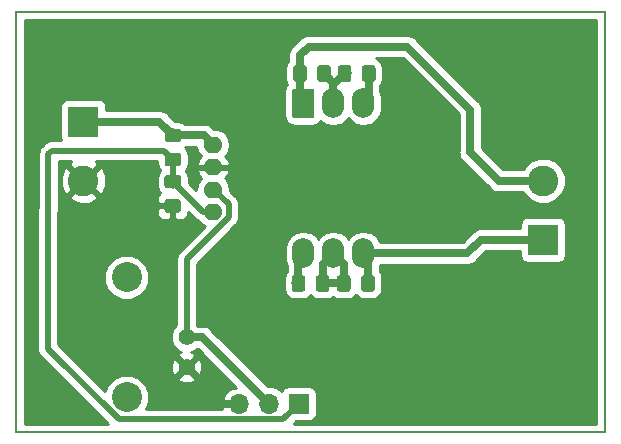
<source format=gbr>
G04 #@! TF.GenerationSoftware,KiCad,Pcbnew,(5.0.2)-1*
G04 #@! TF.CreationDate,2019-03-26T15:17:44-05:00*
G04 #@! TF.ProjectId,currentsense,63757272-656e-4747-9365-6e73652e6b69,rev?*
G04 #@! TF.SameCoordinates,Original*
G04 #@! TF.FileFunction,Copper,L1,Top*
G04 #@! TF.FilePolarity,Positive*
%FSLAX46Y46*%
G04 Gerber Fmt 4.6, Leading zero omitted, Abs format (unit mm)*
G04 Created by KiCad (PCBNEW (5.0.2)-1) date 3/26/2019 3:17:44 PM*
%MOMM*%
%LPD*%
G01*
G04 APERTURE LIST*
G04 #@! TA.AperFunction,NonConductor*
%ADD10C,0.200000*%
G04 #@! TD*
G04 #@! TA.AperFunction,ComponentPad*
%ADD11C,2.540000*%
G04 #@! TD*
G04 #@! TA.AperFunction,ComponentPad*
%ADD12C,1.397000*%
G04 #@! TD*
G04 #@! TA.AperFunction,Conductor*
%ADD13C,0.100000*%
G04 #@! TD*
G04 #@! TA.AperFunction,SMDPad,CuDef*
%ADD14C,1.150000*%
G04 #@! TD*
G04 #@! TA.AperFunction,ComponentPad*
%ADD15C,2.600000*%
G04 #@! TD*
G04 #@! TA.AperFunction,ComponentPad*
%ADD16R,2.600000X2.600000*%
G04 #@! TD*
G04 #@! TA.AperFunction,ComponentPad*
%ADD17O,1.900000X2.500000*%
G04 #@! TD*
G04 #@! TA.AperFunction,ComponentPad*
%ADD18C,1.900000*%
G04 #@! TD*
G04 #@! TA.AperFunction,ComponentPad*
%ADD19O,1.600000X1.400000*%
G04 #@! TD*
G04 #@! TA.AperFunction,ComponentPad*
%ADD20R,1.700000X1.700000*%
G04 #@! TD*
G04 #@! TA.AperFunction,ComponentPad*
%ADD21O,1.700000X1.700000*%
G04 #@! TD*
G04 #@! TA.AperFunction,Conductor*
%ADD22C,0.500000*%
G04 #@! TD*
G04 #@! TA.AperFunction,Conductor*
%ADD23C,0.700000*%
G04 #@! TD*
G04 #@! TA.AperFunction,Conductor*
%ADD24C,0.254000*%
G04 #@! TD*
G04 APERTURE END LIST*
D10*
X158470600Y-57480200D02*
X108597700Y-57480200D01*
X158483300Y-93091000D02*
X158483300Y-57467500D01*
X108597700Y-93091000D02*
X158483300Y-93091000D01*
X108597700Y-57467500D02*
X108597700Y-93091000D01*
D11*
G04 #@! TO.P,J2,4*
G04 #@! TO.N,N/C*
X117957600Y-79971900D03*
G04 #@! TO.P,J2,3*
X117957600Y-90131900D03*
D12*
G04 #@! TO.P,J2,2*
G04 #@! TO.N,GND*
X123037600Y-87591900D03*
G04 #@! TO.P,J2,1*
G04 #@! TO.N,/SCOPE*
X123037600Y-85051900D03*
G04 #@! TD*
D13*
G04 #@! TO.N,/ISENSEI*
G04 #@! TO.C,R3*
G36*
X132983005Y-62013804D02*
X133007273Y-62017404D01*
X133031072Y-62023365D01*
X133054171Y-62031630D01*
X133076350Y-62042120D01*
X133097393Y-62054732D01*
X133117099Y-62069347D01*
X133135277Y-62085823D01*
X133151753Y-62104001D01*
X133166368Y-62123707D01*
X133178980Y-62144750D01*
X133189470Y-62166929D01*
X133197735Y-62190028D01*
X133203696Y-62213827D01*
X133207296Y-62238095D01*
X133208500Y-62262599D01*
X133208500Y-63162601D01*
X133207296Y-63187105D01*
X133203696Y-63211373D01*
X133197735Y-63235172D01*
X133189470Y-63258271D01*
X133178980Y-63280450D01*
X133166368Y-63301493D01*
X133151753Y-63321199D01*
X133135277Y-63339377D01*
X133117099Y-63355853D01*
X133097393Y-63370468D01*
X133076350Y-63383080D01*
X133054171Y-63393570D01*
X133031072Y-63401835D01*
X133007273Y-63407796D01*
X132983005Y-63411396D01*
X132958501Y-63412600D01*
X132308499Y-63412600D01*
X132283995Y-63411396D01*
X132259727Y-63407796D01*
X132235928Y-63401835D01*
X132212829Y-63393570D01*
X132190650Y-63383080D01*
X132169607Y-63370468D01*
X132149901Y-63355853D01*
X132131723Y-63339377D01*
X132115247Y-63321199D01*
X132100632Y-63301493D01*
X132088020Y-63280450D01*
X132077530Y-63258271D01*
X132069265Y-63235172D01*
X132063304Y-63211373D01*
X132059704Y-63187105D01*
X132058500Y-63162601D01*
X132058500Y-62262599D01*
X132059704Y-62238095D01*
X132063304Y-62213827D01*
X132069265Y-62190028D01*
X132077530Y-62166929D01*
X132088020Y-62144750D01*
X132100632Y-62123707D01*
X132115247Y-62104001D01*
X132131723Y-62085823D01*
X132149901Y-62069347D01*
X132169607Y-62054732D01*
X132190650Y-62042120D01*
X132212829Y-62031630D01*
X132235928Y-62023365D01*
X132259727Y-62017404D01*
X132283995Y-62013804D01*
X132308499Y-62012600D01*
X132958501Y-62012600D01*
X132983005Y-62013804D01*
X132983005Y-62013804D01*
G37*
D14*
G04 #@! TD*
G04 #@! TO.P,R3,2*
G04 #@! TO.N,/ISENSEI*
X132633500Y-62712600D03*
D13*
G04 #@! TO.N,Net-(R3-Pad1)*
G04 #@! TO.C,R3*
G36*
X135033005Y-62013804D02*
X135057273Y-62017404D01*
X135081072Y-62023365D01*
X135104171Y-62031630D01*
X135126350Y-62042120D01*
X135147393Y-62054732D01*
X135167099Y-62069347D01*
X135185277Y-62085823D01*
X135201753Y-62104001D01*
X135216368Y-62123707D01*
X135228980Y-62144750D01*
X135239470Y-62166929D01*
X135247735Y-62190028D01*
X135253696Y-62213827D01*
X135257296Y-62238095D01*
X135258500Y-62262599D01*
X135258500Y-63162601D01*
X135257296Y-63187105D01*
X135253696Y-63211373D01*
X135247735Y-63235172D01*
X135239470Y-63258271D01*
X135228980Y-63280450D01*
X135216368Y-63301493D01*
X135201753Y-63321199D01*
X135185277Y-63339377D01*
X135167099Y-63355853D01*
X135147393Y-63370468D01*
X135126350Y-63383080D01*
X135104171Y-63393570D01*
X135081072Y-63401835D01*
X135057273Y-63407796D01*
X135033005Y-63411396D01*
X135008501Y-63412600D01*
X134358499Y-63412600D01*
X134333995Y-63411396D01*
X134309727Y-63407796D01*
X134285928Y-63401835D01*
X134262829Y-63393570D01*
X134240650Y-63383080D01*
X134219607Y-63370468D01*
X134199901Y-63355853D01*
X134181723Y-63339377D01*
X134165247Y-63321199D01*
X134150632Y-63301493D01*
X134138020Y-63280450D01*
X134127530Y-63258271D01*
X134119265Y-63235172D01*
X134113304Y-63211373D01*
X134109704Y-63187105D01*
X134108500Y-63162601D01*
X134108500Y-62262599D01*
X134109704Y-62238095D01*
X134113304Y-62213827D01*
X134119265Y-62190028D01*
X134127530Y-62166929D01*
X134138020Y-62144750D01*
X134150632Y-62123707D01*
X134165247Y-62104001D01*
X134181723Y-62085823D01*
X134199901Y-62069347D01*
X134219607Y-62054732D01*
X134240650Y-62042120D01*
X134262829Y-62031630D01*
X134285928Y-62023365D01*
X134309727Y-62017404D01*
X134333995Y-62013804D01*
X134358499Y-62012600D01*
X135008501Y-62012600D01*
X135033005Y-62013804D01*
X135033005Y-62013804D01*
G37*
D14*
G04 #@! TD*
G04 #@! TO.P,R3,1*
G04 #@! TO.N,Net-(R3-Pad1)*
X134683500Y-62712600D03*
D13*
G04 #@! TO.N,/ISENSO*
G04 #@! TO.C,R4*
G36*
X138746705Y-79793804D02*
X138770973Y-79797404D01*
X138794772Y-79803365D01*
X138817871Y-79811630D01*
X138840050Y-79822120D01*
X138861093Y-79834732D01*
X138880799Y-79849347D01*
X138898977Y-79865823D01*
X138915453Y-79884001D01*
X138930068Y-79903707D01*
X138942680Y-79924750D01*
X138953170Y-79946929D01*
X138961435Y-79970028D01*
X138967396Y-79993827D01*
X138970996Y-80018095D01*
X138972200Y-80042599D01*
X138972200Y-80942601D01*
X138970996Y-80967105D01*
X138967396Y-80991373D01*
X138961435Y-81015172D01*
X138953170Y-81038271D01*
X138942680Y-81060450D01*
X138930068Y-81081493D01*
X138915453Y-81101199D01*
X138898977Y-81119377D01*
X138880799Y-81135853D01*
X138861093Y-81150468D01*
X138840050Y-81163080D01*
X138817871Y-81173570D01*
X138794772Y-81181835D01*
X138770973Y-81187796D01*
X138746705Y-81191396D01*
X138722201Y-81192600D01*
X138072199Y-81192600D01*
X138047695Y-81191396D01*
X138023427Y-81187796D01*
X137999628Y-81181835D01*
X137976529Y-81173570D01*
X137954350Y-81163080D01*
X137933307Y-81150468D01*
X137913601Y-81135853D01*
X137895423Y-81119377D01*
X137878947Y-81101199D01*
X137864332Y-81081493D01*
X137851720Y-81060450D01*
X137841230Y-81038271D01*
X137832965Y-81015172D01*
X137827004Y-80991373D01*
X137823404Y-80967105D01*
X137822200Y-80942601D01*
X137822200Y-80042599D01*
X137823404Y-80018095D01*
X137827004Y-79993827D01*
X137832965Y-79970028D01*
X137841230Y-79946929D01*
X137851720Y-79924750D01*
X137864332Y-79903707D01*
X137878947Y-79884001D01*
X137895423Y-79865823D01*
X137913601Y-79849347D01*
X137933307Y-79834732D01*
X137954350Y-79822120D01*
X137976529Y-79811630D01*
X137999628Y-79803365D01*
X138023427Y-79797404D01*
X138047695Y-79793804D01*
X138072199Y-79792600D01*
X138722201Y-79792600D01*
X138746705Y-79793804D01*
X138746705Y-79793804D01*
G37*
D14*
G04 #@! TD*
G04 #@! TO.P,R4,1*
G04 #@! TO.N,/ISENSO*
X138397200Y-80492600D03*
D13*
G04 #@! TO.N,Net-(R4-Pad2)*
G04 #@! TO.C,R4*
G36*
X136696705Y-79793804D02*
X136720973Y-79797404D01*
X136744772Y-79803365D01*
X136767871Y-79811630D01*
X136790050Y-79822120D01*
X136811093Y-79834732D01*
X136830799Y-79849347D01*
X136848977Y-79865823D01*
X136865453Y-79884001D01*
X136880068Y-79903707D01*
X136892680Y-79924750D01*
X136903170Y-79946929D01*
X136911435Y-79970028D01*
X136917396Y-79993827D01*
X136920996Y-80018095D01*
X136922200Y-80042599D01*
X136922200Y-80942601D01*
X136920996Y-80967105D01*
X136917396Y-80991373D01*
X136911435Y-81015172D01*
X136903170Y-81038271D01*
X136892680Y-81060450D01*
X136880068Y-81081493D01*
X136865453Y-81101199D01*
X136848977Y-81119377D01*
X136830799Y-81135853D01*
X136811093Y-81150468D01*
X136790050Y-81163080D01*
X136767871Y-81173570D01*
X136744772Y-81181835D01*
X136720973Y-81187796D01*
X136696705Y-81191396D01*
X136672201Y-81192600D01*
X136022199Y-81192600D01*
X135997695Y-81191396D01*
X135973427Y-81187796D01*
X135949628Y-81181835D01*
X135926529Y-81173570D01*
X135904350Y-81163080D01*
X135883307Y-81150468D01*
X135863601Y-81135853D01*
X135845423Y-81119377D01*
X135828947Y-81101199D01*
X135814332Y-81081493D01*
X135801720Y-81060450D01*
X135791230Y-81038271D01*
X135782965Y-81015172D01*
X135777004Y-80991373D01*
X135773404Y-80967105D01*
X135772200Y-80942601D01*
X135772200Y-80042599D01*
X135773404Y-80018095D01*
X135777004Y-79993827D01*
X135782965Y-79970028D01*
X135791230Y-79946929D01*
X135801720Y-79924750D01*
X135814332Y-79903707D01*
X135828947Y-79884001D01*
X135845423Y-79865823D01*
X135863601Y-79849347D01*
X135883307Y-79834732D01*
X135904350Y-79822120D01*
X135926529Y-79811630D01*
X135949628Y-79803365D01*
X135973427Y-79797404D01*
X135997695Y-79793804D01*
X136022199Y-79792600D01*
X136672201Y-79792600D01*
X136696705Y-79793804D01*
X136696705Y-79793804D01*
G37*
D14*
G04 #@! TD*
G04 #@! TO.P,R4,2*
G04 #@! TO.N,Net-(R4-Pad2)*
X136347200Y-80492600D03*
D13*
G04 #@! TO.N,Net-(R5-Pad2)*
G04 #@! TO.C,R5*
G36*
X132856005Y-79793804D02*
X132880273Y-79797404D01*
X132904072Y-79803365D01*
X132927171Y-79811630D01*
X132949350Y-79822120D01*
X132970393Y-79834732D01*
X132990099Y-79849347D01*
X133008277Y-79865823D01*
X133024753Y-79884001D01*
X133039368Y-79903707D01*
X133051980Y-79924750D01*
X133062470Y-79946929D01*
X133070735Y-79970028D01*
X133076696Y-79993827D01*
X133080296Y-80018095D01*
X133081500Y-80042599D01*
X133081500Y-80942601D01*
X133080296Y-80967105D01*
X133076696Y-80991373D01*
X133070735Y-81015172D01*
X133062470Y-81038271D01*
X133051980Y-81060450D01*
X133039368Y-81081493D01*
X133024753Y-81101199D01*
X133008277Y-81119377D01*
X132990099Y-81135853D01*
X132970393Y-81150468D01*
X132949350Y-81163080D01*
X132927171Y-81173570D01*
X132904072Y-81181835D01*
X132880273Y-81187796D01*
X132856005Y-81191396D01*
X132831501Y-81192600D01*
X132181499Y-81192600D01*
X132156995Y-81191396D01*
X132132727Y-81187796D01*
X132108928Y-81181835D01*
X132085829Y-81173570D01*
X132063650Y-81163080D01*
X132042607Y-81150468D01*
X132022901Y-81135853D01*
X132004723Y-81119377D01*
X131988247Y-81101199D01*
X131973632Y-81081493D01*
X131961020Y-81060450D01*
X131950530Y-81038271D01*
X131942265Y-81015172D01*
X131936304Y-80991373D01*
X131932704Y-80967105D01*
X131931500Y-80942601D01*
X131931500Y-80042599D01*
X131932704Y-80018095D01*
X131936304Y-79993827D01*
X131942265Y-79970028D01*
X131950530Y-79946929D01*
X131961020Y-79924750D01*
X131973632Y-79903707D01*
X131988247Y-79884001D01*
X132004723Y-79865823D01*
X132022901Y-79849347D01*
X132042607Y-79834732D01*
X132063650Y-79822120D01*
X132085829Y-79811630D01*
X132108928Y-79803365D01*
X132132727Y-79797404D01*
X132156995Y-79793804D01*
X132181499Y-79792600D01*
X132831501Y-79792600D01*
X132856005Y-79793804D01*
X132856005Y-79793804D01*
G37*
D14*
G04 #@! TD*
G04 #@! TO.P,R5,2*
G04 #@! TO.N,Net-(R5-Pad2)*
X132506500Y-80492600D03*
D13*
G04 #@! TO.N,Net-(R4-Pad2)*
G04 #@! TO.C,R5*
G36*
X134906005Y-79793804D02*
X134930273Y-79797404D01*
X134954072Y-79803365D01*
X134977171Y-79811630D01*
X134999350Y-79822120D01*
X135020393Y-79834732D01*
X135040099Y-79849347D01*
X135058277Y-79865823D01*
X135074753Y-79884001D01*
X135089368Y-79903707D01*
X135101980Y-79924750D01*
X135112470Y-79946929D01*
X135120735Y-79970028D01*
X135126696Y-79993827D01*
X135130296Y-80018095D01*
X135131500Y-80042599D01*
X135131500Y-80942601D01*
X135130296Y-80967105D01*
X135126696Y-80991373D01*
X135120735Y-81015172D01*
X135112470Y-81038271D01*
X135101980Y-81060450D01*
X135089368Y-81081493D01*
X135074753Y-81101199D01*
X135058277Y-81119377D01*
X135040099Y-81135853D01*
X135020393Y-81150468D01*
X134999350Y-81163080D01*
X134977171Y-81173570D01*
X134954072Y-81181835D01*
X134930273Y-81187796D01*
X134906005Y-81191396D01*
X134881501Y-81192600D01*
X134231499Y-81192600D01*
X134206995Y-81191396D01*
X134182727Y-81187796D01*
X134158928Y-81181835D01*
X134135829Y-81173570D01*
X134113650Y-81163080D01*
X134092607Y-81150468D01*
X134072901Y-81135853D01*
X134054723Y-81119377D01*
X134038247Y-81101199D01*
X134023632Y-81081493D01*
X134011020Y-81060450D01*
X134000530Y-81038271D01*
X133992265Y-81015172D01*
X133986304Y-80991373D01*
X133982704Y-80967105D01*
X133981500Y-80942601D01*
X133981500Y-80042599D01*
X133982704Y-80018095D01*
X133986304Y-79993827D01*
X133992265Y-79970028D01*
X134000530Y-79946929D01*
X134011020Y-79924750D01*
X134023632Y-79903707D01*
X134038247Y-79884001D01*
X134054723Y-79865823D01*
X134072901Y-79849347D01*
X134092607Y-79834732D01*
X134113650Y-79822120D01*
X134135829Y-79811630D01*
X134158928Y-79803365D01*
X134182727Y-79797404D01*
X134206995Y-79793804D01*
X134231499Y-79792600D01*
X134881501Y-79792600D01*
X134906005Y-79793804D01*
X134906005Y-79793804D01*
G37*
D14*
G04 #@! TD*
G04 #@! TO.P,R5,1*
G04 #@! TO.N,Net-(R4-Pad2)*
X134556500Y-80492600D03*
D13*
G04 #@! TO.N,Net-(R6-Pad1)*
G04 #@! TO.C,R6*
G36*
X138817605Y-62013804D02*
X138841873Y-62017404D01*
X138865672Y-62023365D01*
X138888771Y-62031630D01*
X138910950Y-62042120D01*
X138931993Y-62054732D01*
X138951699Y-62069347D01*
X138969877Y-62085823D01*
X138986353Y-62104001D01*
X139000968Y-62123707D01*
X139013580Y-62144750D01*
X139024070Y-62166929D01*
X139032335Y-62190028D01*
X139038296Y-62213827D01*
X139041896Y-62238095D01*
X139043100Y-62262599D01*
X139043100Y-63162601D01*
X139041896Y-63187105D01*
X139038296Y-63211373D01*
X139032335Y-63235172D01*
X139024070Y-63258271D01*
X139013580Y-63280450D01*
X139000968Y-63301493D01*
X138986353Y-63321199D01*
X138969877Y-63339377D01*
X138951699Y-63355853D01*
X138931993Y-63370468D01*
X138910950Y-63383080D01*
X138888771Y-63393570D01*
X138865672Y-63401835D01*
X138841873Y-63407796D01*
X138817605Y-63411396D01*
X138793101Y-63412600D01*
X138143099Y-63412600D01*
X138118595Y-63411396D01*
X138094327Y-63407796D01*
X138070528Y-63401835D01*
X138047429Y-63393570D01*
X138025250Y-63383080D01*
X138004207Y-63370468D01*
X137984501Y-63355853D01*
X137966323Y-63339377D01*
X137949847Y-63321199D01*
X137935232Y-63301493D01*
X137922620Y-63280450D01*
X137912130Y-63258271D01*
X137903865Y-63235172D01*
X137897904Y-63211373D01*
X137894304Y-63187105D01*
X137893100Y-63162601D01*
X137893100Y-62262599D01*
X137894304Y-62238095D01*
X137897904Y-62213827D01*
X137903865Y-62190028D01*
X137912130Y-62166929D01*
X137922620Y-62144750D01*
X137935232Y-62123707D01*
X137949847Y-62104001D01*
X137966323Y-62085823D01*
X137984501Y-62069347D01*
X138004207Y-62054732D01*
X138025250Y-62042120D01*
X138047429Y-62031630D01*
X138070528Y-62023365D01*
X138094327Y-62017404D01*
X138118595Y-62013804D01*
X138143099Y-62012600D01*
X138793101Y-62012600D01*
X138817605Y-62013804D01*
X138817605Y-62013804D01*
G37*
D14*
G04 #@! TD*
G04 #@! TO.P,R6,1*
G04 #@! TO.N,Net-(R6-Pad1)*
X138468100Y-62712600D03*
D13*
G04 #@! TO.N,Net-(R3-Pad1)*
G04 #@! TO.C,R6*
G36*
X136767605Y-62013804D02*
X136791873Y-62017404D01*
X136815672Y-62023365D01*
X136838771Y-62031630D01*
X136860950Y-62042120D01*
X136881993Y-62054732D01*
X136901699Y-62069347D01*
X136919877Y-62085823D01*
X136936353Y-62104001D01*
X136950968Y-62123707D01*
X136963580Y-62144750D01*
X136974070Y-62166929D01*
X136982335Y-62190028D01*
X136988296Y-62213827D01*
X136991896Y-62238095D01*
X136993100Y-62262599D01*
X136993100Y-63162601D01*
X136991896Y-63187105D01*
X136988296Y-63211373D01*
X136982335Y-63235172D01*
X136974070Y-63258271D01*
X136963580Y-63280450D01*
X136950968Y-63301493D01*
X136936353Y-63321199D01*
X136919877Y-63339377D01*
X136901699Y-63355853D01*
X136881993Y-63370468D01*
X136860950Y-63383080D01*
X136838771Y-63393570D01*
X136815672Y-63401835D01*
X136791873Y-63407796D01*
X136767605Y-63411396D01*
X136743101Y-63412600D01*
X136093099Y-63412600D01*
X136068595Y-63411396D01*
X136044327Y-63407796D01*
X136020528Y-63401835D01*
X135997429Y-63393570D01*
X135975250Y-63383080D01*
X135954207Y-63370468D01*
X135934501Y-63355853D01*
X135916323Y-63339377D01*
X135899847Y-63321199D01*
X135885232Y-63301493D01*
X135872620Y-63280450D01*
X135862130Y-63258271D01*
X135853865Y-63235172D01*
X135847904Y-63211373D01*
X135844304Y-63187105D01*
X135843100Y-63162601D01*
X135843100Y-62262599D01*
X135844304Y-62238095D01*
X135847904Y-62213827D01*
X135853865Y-62190028D01*
X135862130Y-62166929D01*
X135872620Y-62144750D01*
X135885232Y-62123707D01*
X135899847Y-62104001D01*
X135916323Y-62085823D01*
X135934501Y-62069347D01*
X135954207Y-62054732D01*
X135975250Y-62042120D01*
X135997429Y-62031630D01*
X136020528Y-62023365D01*
X136044327Y-62017404D01*
X136068595Y-62013804D01*
X136093099Y-62012600D01*
X136743101Y-62012600D01*
X136767605Y-62013804D01*
X136767605Y-62013804D01*
G37*
D14*
G04 #@! TD*
G04 #@! TO.P,R6,2*
G04 #@! TO.N,Net-(R3-Pad1)*
X136418100Y-62712600D03*
D15*
G04 #@! TO.P,J4,2*
G04 #@! TO.N,GND*
X114312700Y-71802000D03*
D16*
G04 #@! TO.P,J4,1*
G04 #@! TO.N,/5V*
X114312700Y-66802000D03*
G04 #@! TD*
D17*
G04 #@! TO.P,U1,5*
G04 #@! TO.N,Net-(R4-Pad2)*
X135458200Y-77952600D03*
G04 #@! TO.P,U1,6*
G04 #@! TO.N,Net-(R5-Pad2)*
X132918200Y-77952600D03*
G04 #@! TO.P,U1,4*
G04 #@! TO.N,/ISENSO*
X137998200Y-77952600D03*
G04 #@! TO.P,U1,3*
G04 #@! TO.N,Net-(R6-Pad1)*
X137998200Y-65252600D03*
D13*
G04 #@! TD*
G04 #@! TO.N,/ISENSEI*
G04 #@! TO.C,U1*
G36*
X133653979Y-64003744D02*
X133677034Y-64007163D01*
X133699643Y-64012827D01*
X133721587Y-64020679D01*
X133742657Y-64030644D01*
X133762648Y-64042626D01*
X133781368Y-64056510D01*
X133798638Y-64072162D01*
X133814290Y-64089432D01*
X133828174Y-64108152D01*
X133840156Y-64128143D01*
X133850121Y-64149213D01*
X133857973Y-64171157D01*
X133863637Y-64193766D01*
X133867056Y-64216821D01*
X133868200Y-64240100D01*
X133868200Y-66265100D01*
X133867056Y-66288379D01*
X133863637Y-66311434D01*
X133857973Y-66334043D01*
X133850121Y-66355987D01*
X133840156Y-66377057D01*
X133828174Y-66397048D01*
X133814290Y-66415768D01*
X133798638Y-66433038D01*
X133781368Y-66448690D01*
X133762648Y-66462574D01*
X133742657Y-66474556D01*
X133721587Y-66484521D01*
X133699643Y-66492373D01*
X133677034Y-66498037D01*
X133653979Y-66501456D01*
X133630700Y-66502600D01*
X132205700Y-66502600D01*
X132182421Y-66501456D01*
X132159366Y-66498037D01*
X132136757Y-66492373D01*
X132114813Y-66484521D01*
X132093743Y-66474556D01*
X132073752Y-66462574D01*
X132055032Y-66448690D01*
X132037762Y-66433038D01*
X132022110Y-66415768D01*
X132008226Y-66397048D01*
X131996244Y-66377057D01*
X131986279Y-66355987D01*
X131978427Y-66334043D01*
X131972763Y-66311434D01*
X131969344Y-66288379D01*
X131968200Y-66265100D01*
X131968200Y-64240100D01*
X131969344Y-64216821D01*
X131972763Y-64193766D01*
X131978427Y-64171157D01*
X131986279Y-64149213D01*
X131996244Y-64128143D01*
X132008226Y-64108152D01*
X132022110Y-64089432D01*
X132037762Y-64072162D01*
X132055032Y-64056510D01*
X132073752Y-64042626D01*
X132093743Y-64030644D01*
X132114813Y-64020679D01*
X132136757Y-64012827D01*
X132159366Y-64007163D01*
X132182421Y-64003744D01*
X132205700Y-64002600D01*
X133630700Y-64002600D01*
X133653979Y-64003744D01*
X133653979Y-64003744D01*
G37*
D18*
G04 #@! TO.P,U1,1*
G04 #@! TO.N,/ISENSEI*
X132918200Y-65252600D03*
D17*
G04 #@! TO.P,U1,2*
G04 #@! TO.N,Net-(R3-Pad1)*
X135458200Y-65252600D03*
D19*
G04 #@! TO.P,U1,8*
G04 #@! TO.N,/SCOPE*
X125298200Y-72555100D03*
G04 #@! TO.P,U1,9*
G04 #@! TO.N,GND*
X125298200Y-70650100D03*
G04 #@! TO.P,U1,10*
G04 #@! TO.N,/5V*
X125298200Y-68745100D03*
G04 #@! TO.P,U1,7*
G04 #@! TO.N,/REF*
X125298200Y-74460100D03*
G04 #@! TD*
D13*
G04 #@! TO.N,GND*
G04 #@! TO.C,R2*
G36*
X122343705Y-73349204D02*
X122367973Y-73352804D01*
X122391772Y-73358765D01*
X122414871Y-73367030D01*
X122437050Y-73377520D01*
X122458093Y-73390132D01*
X122477799Y-73404747D01*
X122495977Y-73421223D01*
X122512453Y-73439401D01*
X122527068Y-73459107D01*
X122539680Y-73480150D01*
X122550170Y-73502329D01*
X122558435Y-73525428D01*
X122564396Y-73549227D01*
X122567996Y-73573495D01*
X122569200Y-73597999D01*
X122569200Y-74248001D01*
X122567996Y-74272505D01*
X122564396Y-74296773D01*
X122558435Y-74320572D01*
X122550170Y-74343671D01*
X122539680Y-74365850D01*
X122527068Y-74386893D01*
X122512453Y-74406599D01*
X122495977Y-74424777D01*
X122477799Y-74441253D01*
X122458093Y-74455868D01*
X122437050Y-74468480D01*
X122414871Y-74478970D01*
X122391772Y-74487235D01*
X122367973Y-74493196D01*
X122343705Y-74496796D01*
X122319201Y-74498000D01*
X121419199Y-74498000D01*
X121394695Y-74496796D01*
X121370427Y-74493196D01*
X121346628Y-74487235D01*
X121323529Y-74478970D01*
X121301350Y-74468480D01*
X121280307Y-74455868D01*
X121260601Y-74441253D01*
X121242423Y-74424777D01*
X121225947Y-74406599D01*
X121211332Y-74386893D01*
X121198720Y-74365850D01*
X121188230Y-74343671D01*
X121179965Y-74320572D01*
X121174004Y-74296773D01*
X121170404Y-74272505D01*
X121169200Y-74248001D01*
X121169200Y-73597999D01*
X121170404Y-73573495D01*
X121174004Y-73549227D01*
X121179965Y-73525428D01*
X121188230Y-73502329D01*
X121198720Y-73480150D01*
X121211332Y-73459107D01*
X121225947Y-73439401D01*
X121242423Y-73421223D01*
X121260601Y-73404747D01*
X121280307Y-73390132D01*
X121301350Y-73377520D01*
X121323529Y-73367030D01*
X121346628Y-73358765D01*
X121370427Y-73352804D01*
X121394695Y-73349204D01*
X121419199Y-73348000D01*
X122319201Y-73348000D01*
X122343705Y-73349204D01*
X122343705Y-73349204D01*
G37*
D14*
G04 #@! TD*
G04 #@! TO.P,R2,2*
G04 #@! TO.N,GND*
X121869200Y-73923000D03*
D13*
G04 #@! TO.N,/REF*
G04 #@! TO.C,R2*
G36*
X122343705Y-71299204D02*
X122367973Y-71302804D01*
X122391772Y-71308765D01*
X122414871Y-71317030D01*
X122437050Y-71327520D01*
X122458093Y-71340132D01*
X122477799Y-71354747D01*
X122495977Y-71371223D01*
X122512453Y-71389401D01*
X122527068Y-71409107D01*
X122539680Y-71430150D01*
X122550170Y-71452329D01*
X122558435Y-71475428D01*
X122564396Y-71499227D01*
X122567996Y-71523495D01*
X122569200Y-71547999D01*
X122569200Y-72198001D01*
X122567996Y-72222505D01*
X122564396Y-72246773D01*
X122558435Y-72270572D01*
X122550170Y-72293671D01*
X122539680Y-72315850D01*
X122527068Y-72336893D01*
X122512453Y-72356599D01*
X122495977Y-72374777D01*
X122477799Y-72391253D01*
X122458093Y-72405868D01*
X122437050Y-72418480D01*
X122414871Y-72428970D01*
X122391772Y-72437235D01*
X122367973Y-72443196D01*
X122343705Y-72446796D01*
X122319201Y-72448000D01*
X121419199Y-72448000D01*
X121394695Y-72446796D01*
X121370427Y-72443196D01*
X121346628Y-72437235D01*
X121323529Y-72428970D01*
X121301350Y-72418480D01*
X121280307Y-72405868D01*
X121260601Y-72391253D01*
X121242423Y-72374777D01*
X121225947Y-72356599D01*
X121211332Y-72336893D01*
X121198720Y-72315850D01*
X121188230Y-72293671D01*
X121179965Y-72270572D01*
X121174004Y-72246773D01*
X121170404Y-72222505D01*
X121169200Y-72198001D01*
X121169200Y-71547999D01*
X121170404Y-71523495D01*
X121174004Y-71499227D01*
X121179965Y-71475428D01*
X121188230Y-71452329D01*
X121198720Y-71430150D01*
X121211332Y-71409107D01*
X121225947Y-71389401D01*
X121242423Y-71371223D01*
X121260601Y-71354747D01*
X121280307Y-71340132D01*
X121301350Y-71327520D01*
X121323529Y-71317030D01*
X121346628Y-71308765D01*
X121370427Y-71302804D01*
X121394695Y-71299204D01*
X121419199Y-71298000D01*
X122319201Y-71298000D01*
X122343705Y-71299204D01*
X122343705Y-71299204D01*
G37*
D14*
G04 #@! TD*
G04 #@! TO.P,R2,1*
G04 #@! TO.N,/REF*
X121869200Y-71873000D03*
D13*
G04 #@! TO.N,/REF*
G04 #@! TO.C,R1*
G36*
X122356405Y-69428604D02*
X122380673Y-69432204D01*
X122404472Y-69438165D01*
X122427571Y-69446430D01*
X122449750Y-69456920D01*
X122470793Y-69469532D01*
X122490499Y-69484147D01*
X122508677Y-69500623D01*
X122525153Y-69518801D01*
X122539768Y-69538507D01*
X122552380Y-69559550D01*
X122562870Y-69581729D01*
X122571135Y-69604828D01*
X122577096Y-69628627D01*
X122580696Y-69652895D01*
X122581900Y-69677399D01*
X122581900Y-70327401D01*
X122580696Y-70351905D01*
X122577096Y-70376173D01*
X122571135Y-70399972D01*
X122562870Y-70423071D01*
X122552380Y-70445250D01*
X122539768Y-70466293D01*
X122525153Y-70485999D01*
X122508677Y-70504177D01*
X122490499Y-70520653D01*
X122470793Y-70535268D01*
X122449750Y-70547880D01*
X122427571Y-70558370D01*
X122404472Y-70566635D01*
X122380673Y-70572596D01*
X122356405Y-70576196D01*
X122331901Y-70577400D01*
X121431899Y-70577400D01*
X121407395Y-70576196D01*
X121383127Y-70572596D01*
X121359328Y-70566635D01*
X121336229Y-70558370D01*
X121314050Y-70547880D01*
X121293007Y-70535268D01*
X121273301Y-70520653D01*
X121255123Y-70504177D01*
X121238647Y-70485999D01*
X121224032Y-70466293D01*
X121211420Y-70445250D01*
X121200930Y-70423071D01*
X121192665Y-70399972D01*
X121186704Y-70376173D01*
X121183104Y-70351905D01*
X121181900Y-70327401D01*
X121181900Y-69677399D01*
X121183104Y-69652895D01*
X121186704Y-69628627D01*
X121192665Y-69604828D01*
X121200930Y-69581729D01*
X121211420Y-69559550D01*
X121224032Y-69538507D01*
X121238647Y-69518801D01*
X121255123Y-69500623D01*
X121273301Y-69484147D01*
X121293007Y-69469532D01*
X121314050Y-69456920D01*
X121336229Y-69446430D01*
X121359328Y-69438165D01*
X121383127Y-69432204D01*
X121407395Y-69428604D01*
X121431899Y-69427400D01*
X122331901Y-69427400D01*
X122356405Y-69428604D01*
X122356405Y-69428604D01*
G37*
D14*
G04 #@! TD*
G04 #@! TO.P,R1,1*
G04 #@! TO.N,/REF*
X121881900Y-70002400D03*
D13*
G04 #@! TO.N,/5V*
G04 #@! TO.C,R1*
G36*
X122356405Y-67378604D02*
X122380673Y-67382204D01*
X122404472Y-67388165D01*
X122427571Y-67396430D01*
X122449750Y-67406920D01*
X122470793Y-67419532D01*
X122490499Y-67434147D01*
X122508677Y-67450623D01*
X122525153Y-67468801D01*
X122539768Y-67488507D01*
X122552380Y-67509550D01*
X122562870Y-67531729D01*
X122571135Y-67554828D01*
X122577096Y-67578627D01*
X122580696Y-67602895D01*
X122581900Y-67627399D01*
X122581900Y-68277401D01*
X122580696Y-68301905D01*
X122577096Y-68326173D01*
X122571135Y-68349972D01*
X122562870Y-68373071D01*
X122552380Y-68395250D01*
X122539768Y-68416293D01*
X122525153Y-68435999D01*
X122508677Y-68454177D01*
X122490499Y-68470653D01*
X122470793Y-68485268D01*
X122449750Y-68497880D01*
X122427571Y-68508370D01*
X122404472Y-68516635D01*
X122380673Y-68522596D01*
X122356405Y-68526196D01*
X122331901Y-68527400D01*
X121431899Y-68527400D01*
X121407395Y-68526196D01*
X121383127Y-68522596D01*
X121359328Y-68516635D01*
X121336229Y-68508370D01*
X121314050Y-68497880D01*
X121293007Y-68485268D01*
X121273301Y-68470653D01*
X121255123Y-68454177D01*
X121238647Y-68435999D01*
X121224032Y-68416293D01*
X121211420Y-68395250D01*
X121200930Y-68373071D01*
X121192665Y-68349972D01*
X121186704Y-68326173D01*
X121183104Y-68301905D01*
X121181900Y-68277401D01*
X121181900Y-67627399D01*
X121183104Y-67602895D01*
X121186704Y-67578627D01*
X121192665Y-67554828D01*
X121200930Y-67531729D01*
X121211420Y-67509550D01*
X121224032Y-67488507D01*
X121238647Y-67468801D01*
X121255123Y-67450623D01*
X121273301Y-67434147D01*
X121293007Y-67419532D01*
X121314050Y-67406920D01*
X121336229Y-67396430D01*
X121359328Y-67388165D01*
X121383127Y-67382204D01*
X121407395Y-67378604D01*
X121431899Y-67377400D01*
X122331901Y-67377400D01*
X122356405Y-67378604D01*
X122356405Y-67378604D01*
G37*
D14*
G04 #@! TD*
G04 #@! TO.P,R1,2*
G04 #@! TO.N,/5V*
X121881900Y-67952400D03*
D16*
G04 #@! TO.P,J3,1*
G04 #@! TO.N,/ISENSO*
X153225500Y-76796900D03*
D15*
G04 #@! TO.P,J3,2*
G04 #@! TO.N,/ISENSEI*
X153225500Y-71796900D03*
G04 #@! TD*
D20*
G04 #@! TO.P,J1,1*
G04 #@! TO.N,/REF*
X132549900Y-90678000D03*
D21*
G04 #@! TO.P,J1,2*
G04 #@! TO.N,/SCOPE*
X130009900Y-90678000D03*
G04 #@! TO.P,J1,3*
G04 #@! TO.N,GND*
X127469900Y-90678000D03*
G04 #@! TD*
D22*
G04 #@! TO.N,/SCOPE*
X125398200Y-72555100D02*
X125298200Y-72555100D01*
X126598200Y-73755100D02*
X125398200Y-72555100D01*
X126598200Y-74886459D02*
X126598200Y-73755100D01*
X123037600Y-78447059D02*
X126598200Y-74886459D01*
X123037600Y-85051900D02*
X123037600Y-78447059D01*
D23*
X124383800Y-85051900D02*
X123037600Y-85051900D01*
X130009900Y-90678000D02*
X124383800Y-85051900D01*
G04 #@! TO.N,GND*
X126123700Y-90678000D02*
X123037600Y-87591900D01*
X127469900Y-90678000D02*
X126123700Y-90678000D01*
G04 #@! TO.N,/5V*
X120731500Y-66802000D02*
X121881900Y-67952400D01*
X114312700Y-66802000D02*
X120731500Y-66802000D01*
X124505500Y-67952400D02*
X125298200Y-68745100D01*
X121881900Y-67952400D02*
X124505500Y-67952400D01*
D22*
G04 #@! TO.N,/REF*
X121881900Y-71860300D02*
X121869200Y-71873000D01*
X124456300Y-74460100D02*
X121869200Y-71873000D01*
X125298200Y-74460100D02*
X124456300Y-74460100D01*
X121881900Y-71120000D02*
X121881900Y-71860300D01*
X121881900Y-70002400D02*
X121881900Y-71120000D01*
X121119900Y-69240400D02*
X121881900Y-70002400D01*
X111620300Y-69240400D02*
X121119900Y-69240400D01*
X111340900Y-69519800D02*
X111620300Y-69240400D01*
X131216400Y-92011500D02*
X117291598Y-92011500D01*
X132549900Y-90678000D02*
X131216400Y-92011500D01*
X117291598Y-92011500D02*
X111290100Y-86010002D01*
X111290100Y-86010002D02*
X111290100Y-74241198D01*
X111290100Y-74241198D02*
X111340900Y-74190398D01*
X111340900Y-74190398D02*
X111340900Y-69519800D01*
D23*
G04 #@! TO.N,/ISENSEI*
X132633500Y-61181200D02*
X132633500Y-62712600D01*
X153225500Y-71796900D02*
X149458788Y-71796900D01*
X147066000Y-69404112D02*
X147066000Y-65773300D01*
X147066000Y-65773300D02*
X141732000Y-60439300D01*
X149458788Y-71796900D02*
X147066000Y-69404112D01*
X141732000Y-60439300D02*
X133375400Y-60439300D01*
X133375400Y-60439300D02*
X132633500Y-61181200D01*
X132633500Y-64967900D02*
X132918200Y-65252600D01*
X132633500Y-62712600D02*
X132633500Y-64967900D01*
G04 #@! TO.N,Net-(R6-Pad1)*
X138468100Y-64782700D02*
X137998200Y-65252600D01*
X138468100Y-62712600D02*
X138468100Y-64782700D01*
G04 #@! TO.N,Net-(R5-Pad2)*
X132506500Y-78364300D02*
X132918200Y-77952600D01*
X132506500Y-80492600D02*
X132506500Y-78364300D01*
G04 #@! TO.N,Net-(R3-Pad1)*
X135458200Y-63487300D02*
X134683500Y-62712600D01*
X135458200Y-65252600D02*
X135458200Y-63487300D01*
X135458200Y-63672500D02*
X136418100Y-62712600D01*
X135458200Y-65252600D02*
X135458200Y-63672500D01*
G04 #@! TO.N,/ISENSO*
X153225500Y-76796900D02*
X147967700Y-76796900D01*
X146812000Y-77952600D02*
X137998200Y-77952600D01*
X147967700Y-76796900D02*
X146812000Y-77952600D01*
X138397200Y-78351600D02*
X137998200Y-77952600D01*
X138397200Y-80492600D02*
X138397200Y-78351600D01*
G04 #@! TO.N,Net-(R4-Pad2)*
X136347200Y-80492600D02*
X134556500Y-80492600D01*
X136347200Y-78841600D02*
X135458200Y-77952600D01*
X136347200Y-80492600D02*
X136347200Y-78841600D01*
X134556500Y-78854300D02*
X135458200Y-77952600D01*
X134556500Y-80492600D02*
X134556500Y-78854300D01*
G04 #@! TD*
D24*
G04 #@! TO.N,GND*
G36*
X157748300Y-92356000D02*
X132123478Y-92356000D01*
X132304038Y-92175440D01*
X133399900Y-92175440D01*
X133647665Y-92126157D01*
X133857709Y-91985809D01*
X133998057Y-91775765D01*
X134047340Y-91528000D01*
X134047340Y-89828000D01*
X133998057Y-89580235D01*
X133857709Y-89370191D01*
X133647665Y-89229843D01*
X133399900Y-89180560D01*
X131699900Y-89180560D01*
X131452135Y-89229843D01*
X131242091Y-89370191D01*
X131101743Y-89580235D01*
X131092716Y-89625619D01*
X131080525Y-89607375D01*
X130589318Y-89279161D01*
X130156156Y-89193000D01*
X129917901Y-89193000D01*
X125148898Y-84423998D01*
X125093945Y-84341755D01*
X124768128Y-84124051D01*
X124480812Y-84066900D01*
X124480808Y-84066900D01*
X124383800Y-84047604D01*
X124286792Y-84066900D01*
X123938454Y-84066900D01*
X123922600Y-84051046D01*
X123922600Y-80042599D01*
X131284060Y-80042599D01*
X131284060Y-80942601D01*
X131352373Y-81286036D01*
X131546914Y-81577186D01*
X131838064Y-81771727D01*
X132181499Y-81840040D01*
X132831501Y-81840040D01*
X133174936Y-81771727D01*
X133466086Y-81577186D01*
X133531500Y-81479287D01*
X133596914Y-81577186D01*
X133888064Y-81771727D01*
X134231499Y-81840040D01*
X134881501Y-81840040D01*
X135224936Y-81771727D01*
X135451850Y-81620107D01*
X135678764Y-81771727D01*
X136022199Y-81840040D01*
X136672201Y-81840040D01*
X137015636Y-81771727D01*
X137306786Y-81577186D01*
X137372200Y-81479287D01*
X137437614Y-81577186D01*
X137728764Y-81771727D01*
X138072199Y-81840040D01*
X138722201Y-81840040D01*
X139065636Y-81771727D01*
X139356786Y-81577186D01*
X139551327Y-81286036D01*
X139619640Y-80942601D01*
X139619640Y-80042599D01*
X139551327Y-79699164D01*
X139382200Y-79446049D01*
X139382200Y-79034220D01*
X139446759Y-78937600D01*
X146714992Y-78937600D01*
X146812000Y-78956896D01*
X146909008Y-78937600D01*
X146909012Y-78937600D01*
X147196328Y-78880449D01*
X147522145Y-78662745D01*
X147577098Y-78580502D01*
X148375701Y-77781900D01*
X151278060Y-77781900D01*
X151278060Y-78096900D01*
X151327343Y-78344665D01*
X151467691Y-78554709D01*
X151677735Y-78695057D01*
X151925500Y-78744340D01*
X154525500Y-78744340D01*
X154773265Y-78695057D01*
X154983309Y-78554709D01*
X155123657Y-78344665D01*
X155172940Y-78096900D01*
X155172940Y-75496900D01*
X155123657Y-75249135D01*
X154983309Y-75039091D01*
X154773265Y-74898743D01*
X154525500Y-74849460D01*
X151925500Y-74849460D01*
X151677735Y-74898743D01*
X151467691Y-75039091D01*
X151327343Y-75249135D01*
X151278060Y-75496900D01*
X151278060Y-75811900D01*
X148064708Y-75811900D01*
X147967700Y-75792604D01*
X147870692Y-75811900D01*
X147870688Y-75811900D01*
X147583372Y-75869051D01*
X147339797Y-76031802D01*
X147339795Y-76031804D01*
X147257555Y-76086755D01*
X147202604Y-76168995D01*
X146404000Y-76967600D01*
X139446759Y-76967600D01*
X139140921Y-76509879D01*
X138616635Y-76159564D01*
X137998200Y-76036549D01*
X137379764Y-76159564D01*
X136855479Y-76509879D01*
X136728200Y-76700366D01*
X136600921Y-76509879D01*
X136076635Y-76159564D01*
X135458200Y-76036549D01*
X134839764Y-76159564D01*
X134315479Y-76509879D01*
X134188200Y-76700366D01*
X134060921Y-76509879D01*
X133536635Y-76159564D01*
X132918200Y-76036549D01*
X132299764Y-76159564D01*
X131775479Y-76509879D01*
X131425164Y-77034165D01*
X131333200Y-77496498D01*
X131333200Y-78408703D01*
X131425164Y-78871036D01*
X131521501Y-79015214D01*
X131521500Y-79446048D01*
X131352373Y-79699164D01*
X131284060Y-80042599D01*
X123922600Y-80042599D01*
X123922600Y-78813637D01*
X127162356Y-75573882D01*
X127236249Y-75524508D01*
X127431852Y-75231769D01*
X127483200Y-74973624D01*
X127483200Y-74973620D01*
X127500537Y-74886459D01*
X127483200Y-74799298D01*
X127483200Y-73842259D01*
X127500537Y-73755099D01*
X127483200Y-73667939D01*
X127483200Y-73667935D01*
X127431852Y-73409790D01*
X127306168Y-73221691D01*
X127285624Y-73190945D01*
X127285623Y-73190944D01*
X127236249Y-73117051D01*
X127162356Y-73067677D01*
X126741174Y-72646496D01*
X126759354Y-72555100D01*
X126655742Y-72034209D01*
X126360681Y-71592619D01*
X126328195Y-71570912D01*
X126493070Y-71412195D01*
X126690916Y-70983429D01*
X126567574Y-70777100D01*
X125425200Y-70777100D01*
X125425200Y-70797100D01*
X125171200Y-70797100D01*
X125171200Y-70777100D01*
X124028826Y-70777100D01*
X123905484Y-70983429D01*
X124103330Y-71412195D01*
X124268205Y-71570912D01*
X124235719Y-71592619D01*
X123940658Y-72034209D01*
X123837046Y-72555100D01*
X123845530Y-72597751D01*
X123216640Y-71968862D01*
X123216640Y-71547999D01*
X123148327Y-71204564D01*
X122976363Y-70947203D01*
X123161027Y-70670836D01*
X123229340Y-70327401D01*
X123229340Y-69677399D01*
X123161027Y-69333964D01*
X122966486Y-69042814D01*
X122868587Y-68977400D01*
X122928451Y-68937400D01*
X123875297Y-68937400D01*
X123940658Y-69265991D01*
X124235719Y-69707581D01*
X124268205Y-69729288D01*
X124103330Y-69888005D01*
X123905484Y-70316771D01*
X124028826Y-70523100D01*
X125171200Y-70523100D01*
X125171200Y-70503100D01*
X125425200Y-70503100D01*
X125425200Y-70523100D01*
X126567574Y-70523100D01*
X126690916Y-70316771D01*
X126493070Y-69888005D01*
X126328195Y-69729288D01*
X126360681Y-69707581D01*
X126655742Y-69265991D01*
X126759354Y-68745100D01*
X126655742Y-68224209D01*
X126360681Y-67782619D01*
X125919091Y-67487558D01*
X125529685Y-67410100D01*
X125356200Y-67410100D01*
X125270597Y-67324497D01*
X125215645Y-67242255D01*
X124889828Y-67024551D01*
X124602512Y-66967400D01*
X124602508Y-66967400D01*
X124505500Y-66948104D01*
X124408492Y-66967400D01*
X122928451Y-66967400D01*
X122675336Y-66798273D01*
X122331901Y-66729960D01*
X122052460Y-66729960D01*
X121496598Y-66174098D01*
X121441645Y-66091855D01*
X121115828Y-65874151D01*
X120828512Y-65817000D01*
X120828508Y-65817000D01*
X120731500Y-65797704D01*
X120634492Y-65817000D01*
X116260140Y-65817000D01*
X116260140Y-65502000D01*
X116210857Y-65254235D01*
X116070509Y-65044191D01*
X115860465Y-64903843D01*
X115612700Y-64854560D01*
X113012700Y-64854560D01*
X112764935Y-64903843D01*
X112554891Y-65044191D01*
X112414543Y-65254235D01*
X112365260Y-65502000D01*
X112365260Y-68102000D01*
X112414543Y-68349765D01*
X112418308Y-68355400D01*
X111707459Y-68355400D01*
X111620299Y-68338063D01*
X111533140Y-68355400D01*
X111533135Y-68355400D01*
X111274990Y-68406748D01*
X110982251Y-68602351D01*
X110932875Y-68676247D01*
X110776745Y-68832377D01*
X110702852Y-68881751D01*
X110653478Y-68955644D01*
X110653476Y-68955646D01*
X110507248Y-69174491D01*
X110438563Y-69519800D01*
X110455901Y-69606965D01*
X110455900Y-73898644D01*
X110387763Y-74241198D01*
X110405101Y-74328364D01*
X110405100Y-85922841D01*
X110387763Y-86010002D01*
X110405100Y-86097163D01*
X110405100Y-86097166D01*
X110456448Y-86355311D01*
X110652051Y-86648051D01*
X110725947Y-86697427D01*
X116384519Y-92356000D01*
X109332700Y-92356000D01*
X109332700Y-64240100D01*
X131320760Y-64240100D01*
X131320760Y-66265100D01*
X131388122Y-66603752D01*
X131579953Y-66890847D01*
X131867048Y-67082678D01*
X132205700Y-67150040D01*
X133630700Y-67150040D01*
X133969352Y-67082678D01*
X134256447Y-66890847D01*
X134364989Y-66728402D01*
X134839765Y-67045636D01*
X135458200Y-67168651D01*
X136076636Y-67045636D01*
X136600921Y-66695321D01*
X136728200Y-66504834D01*
X136855479Y-66695321D01*
X137379765Y-67045636D01*
X137998200Y-67168651D01*
X138616636Y-67045636D01*
X139140921Y-66695321D01*
X139491236Y-66171036D01*
X139583200Y-65708702D01*
X139583200Y-64796497D01*
X139491236Y-64334164D01*
X139453100Y-64277089D01*
X139453100Y-63759151D01*
X139622227Y-63506036D01*
X139690540Y-63162601D01*
X139690540Y-62262599D01*
X139622227Y-61919164D01*
X139427686Y-61628014D01*
X139136536Y-61433473D01*
X139090420Y-61424300D01*
X141324000Y-61424300D01*
X146081001Y-66181301D01*
X146081000Y-69307104D01*
X146061704Y-69404112D01*
X146081000Y-69501120D01*
X146081000Y-69501123D01*
X146138151Y-69788439D01*
X146355855Y-70114257D01*
X146438098Y-70169210D01*
X148693690Y-72424802D01*
X148748643Y-72507045D01*
X149074460Y-72724749D01*
X149361776Y-72781900D01*
X149361779Y-72781900D01*
X149458787Y-72801196D01*
X149555795Y-72781900D01*
X151539071Y-72781900D01*
X151585086Y-72892990D01*
X152129410Y-73437314D01*
X152840605Y-73731900D01*
X153610395Y-73731900D01*
X154321590Y-73437314D01*
X154865914Y-72892990D01*
X155160500Y-72181795D01*
X155160500Y-71412005D01*
X154865914Y-70700810D01*
X154321590Y-70156486D01*
X153610395Y-69861900D01*
X152840605Y-69861900D01*
X152129410Y-70156486D01*
X151585086Y-70700810D01*
X151539071Y-70811900D01*
X149866788Y-70811900D01*
X148051000Y-68996112D01*
X148051000Y-65870307D01*
X148070296Y-65773299D01*
X148051000Y-65676291D01*
X148051000Y-65676288D01*
X147993849Y-65388972D01*
X147776145Y-65063155D01*
X147693902Y-65008202D01*
X142497098Y-59811398D01*
X142442145Y-59729155D01*
X142116328Y-59511451D01*
X141829012Y-59454300D01*
X141829008Y-59454300D01*
X141732000Y-59435004D01*
X141634992Y-59454300D01*
X133472407Y-59454300D01*
X133375399Y-59435004D01*
X133278391Y-59454300D01*
X133278388Y-59454300D01*
X132991072Y-59511451D01*
X132665255Y-59729155D01*
X132610302Y-59811398D01*
X132005598Y-60416102D01*
X131923355Y-60471055D01*
X131705651Y-60796873D01*
X131648500Y-61084189D01*
X131648500Y-61084192D01*
X131629204Y-61181200D01*
X131648500Y-61278209D01*
X131648500Y-61666048D01*
X131479373Y-61919164D01*
X131411060Y-62262599D01*
X131411060Y-63162601D01*
X131479373Y-63506036D01*
X131565851Y-63635459D01*
X131388122Y-63901448D01*
X131320760Y-64240100D01*
X109332700Y-64240100D01*
X109332700Y-58215200D01*
X157748301Y-58215200D01*
X157748300Y-92356000D01*
X157748300Y-92356000D01*
G37*
X157748300Y-92356000D02*
X132123478Y-92356000D01*
X132304038Y-92175440D01*
X133399900Y-92175440D01*
X133647665Y-92126157D01*
X133857709Y-91985809D01*
X133998057Y-91775765D01*
X134047340Y-91528000D01*
X134047340Y-89828000D01*
X133998057Y-89580235D01*
X133857709Y-89370191D01*
X133647665Y-89229843D01*
X133399900Y-89180560D01*
X131699900Y-89180560D01*
X131452135Y-89229843D01*
X131242091Y-89370191D01*
X131101743Y-89580235D01*
X131092716Y-89625619D01*
X131080525Y-89607375D01*
X130589318Y-89279161D01*
X130156156Y-89193000D01*
X129917901Y-89193000D01*
X125148898Y-84423998D01*
X125093945Y-84341755D01*
X124768128Y-84124051D01*
X124480812Y-84066900D01*
X124480808Y-84066900D01*
X124383800Y-84047604D01*
X124286792Y-84066900D01*
X123938454Y-84066900D01*
X123922600Y-84051046D01*
X123922600Y-80042599D01*
X131284060Y-80042599D01*
X131284060Y-80942601D01*
X131352373Y-81286036D01*
X131546914Y-81577186D01*
X131838064Y-81771727D01*
X132181499Y-81840040D01*
X132831501Y-81840040D01*
X133174936Y-81771727D01*
X133466086Y-81577186D01*
X133531500Y-81479287D01*
X133596914Y-81577186D01*
X133888064Y-81771727D01*
X134231499Y-81840040D01*
X134881501Y-81840040D01*
X135224936Y-81771727D01*
X135451850Y-81620107D01*
X135678764Y-81771727D01*
X136022199Y-81840040D01*
X136672201Y-81840040D01*
X137015636Y-81771727D01*
X137306786Y-81577186D01*
X137372200Y-81479287D01*
X137437614Y-81577186D01*
X137728764Y-81771727D01*
X138072199Y-81840040D01*
X138722201Y-81840040D01*
X139065636Y-81771727D01*
X139356786Y-81577186D01*
X139551327Y-81286036D01*
X139619640Y-80942601D01*
X139619640Y-80042599D01*
X139551327Y-79699164D01*
X139382200Y-79446049D01*
X139382200Y-79034220D01*
X139446759Y-78937600D01*
X146714992Y-78937600D01*
X146812000Y-78956896D01*
X146909008Y-78937600D01*
X146909012Y-78937600D01*
X147196328Y-78880449D01*
X147522145Y-78662745D01*
X147577098Y-78580502D01*
X148375701Y-77781900D01*
X151278060Y-77781900D01*
X151278060Y-78096900D01*
X151327343Y-78344665D01*
X151467691Y-78554709D01*
X151677735Y-78695057D01*
X151925500Y-78744340D01*
X154525500Y-78744340D01*
X154773265Y-78695057D01*
X154983309Y-78554709D01*
X155123657Y-78344665D01*
X155172940Y-78096900D01*
X155172940Y-75496900D01*
X155123657Y-75249135D01*
X154983309Y-75039091D01*
X154773265Y-74898743D01*
X154525500Y-74849460D01*
X151925500Y-74849460D01*
X151677735Y-74898743D01*
X151467691Y-75039091D01*
X151327343Y-75249135D01*
X151278060Y-75496900D01*
X151278060Y-75811900D01*
X148064708Y-75811900D01*
X147967700Y-75792604D01*
X147870692Y-75811900D01*
X147870688Y-75811900D01*
X147583372Y-75869051D01*
X147339797Y-76031802D01*
X147339795Y-76031804D01*
X147257555Y-76086755D01*
X147202604Y-76168995D01*
X146404000Y-76967600D01*
X139446759Y-76967600D01*
X139140921Y-76509879D01*
X138616635Y-76159564D01*
X137998200Y-76036549D01*
X137379764Y-76159564D01*
X136855479Y-76509879D01*
X136728200Y-76700366D01*
X136600921Y-76509879D01*
X136076635Y-76159564D01*
X135458200Y-76036549D01*
X134839764Y-76159564D01*
X134315479Y-76509879D01*
X134188200Y-76700366D01*
X134060921Y-76509879D01*
X133536635Y-76159564D01*
X132918200Y-76036549D01*
X132299764Y-76159564D01*
X131775479Y-76509879D01*
X131425164Y-77034165D01*
X131333200Y-77496498D01*
X131333200Y-78408703D01*
X131425164Y-78871036D01*
X131521501Y-79015214D01*
X131521500Y-79446048D01*
X131352373Y-79699164D01*
X131284060Y-80042599D01*
X123922600Y-80042599D01*
X123922600Y-78813637D01*
X127162356Y-75573882D01*
X127236249Y-75524508D01*
X127431852Y-75231769D01*
X127483200Y-74973624D01*
X127483200Y-74973620D01*
X127500537Y-74886459D01*
X127483200Y-74799298D01*
X127483200Y-73842259D01*
X127500537Y-73755099D01*
X127483200Y-73667939D01*
X127483200Y-73667935D01*
X127431852Y-73409790D01*
X127306168Y-73221691D01*
X127285624Y-73190945D01*
X127285623Y-73190944D01*
X127236249Y-73117051D01*
X127162356Y-73067677D01*
X126741174Y-72646496D01*
X126759354Y-72555100D01*
X126655742Y-72034209D01*
X126360681Y-71592619D01*
X126328195Y-71570912D01*
X126493070Y-71412195D01*
X126690916Y-70983429D01*
X126567574Y-70777100D01*
X125425200Y-70777100D01*
X125425200Y-70797100D01*
X125171200Y-70797100D01*
X125171200Y-70777100D01*
X124028826Y-70777100D01*
X123905484Y-70983429D01*
X124103330Y-71412195D01*
X124268205Y-71570912D01*
X124235719Y-71592619D01*
X123940658Y-72034209D01*
X123837046Y-72555100D01*
X123845530Y-72597751D01*
X123216640Y-71968862D01*
X123216640Y-71547999D01*
X123148327Y-71204564D01*
X122976363Y-70947203D01*
X123161027Y-70670836D01*
X123229340Y-70327401D01*
X123229340Y-69677399D01*
X123161027Y-69333964D01*
X122966486Y-69042814D01*
X122868587Y-68977400D01*
X122928451Y-68937400D01*
X123875297Y-68937400D01*
X123940658Y-69265991D01*
X124235719Y-69707581D01*
X124268205Y-69729288D01*
X124103330Y-69888005D01*
X123905484Y-70316771D01*
X124028826Y-70523100D01*
X125171200Y-70523100D01*
X125171200Y-70503100D01*
X125425200Y-70503100D01*
X125425200Y-70523100D01*
X126567574Y-70523100D01*
X126690916Y-70316771D01*
X126493070Y-69888005D01*
X126328195Y-69729288D01*
X126360681Y-69707581D01*
X126655742Y-69265991D01*
X126759354Y-68745100D01*
X126655742Y-68224209D01*
X126360681Y-67782619D01*
X125919091Y-67487558D01*
X125529685Y-67410100D01*
X125356200Y-67410100D01*
X125270597Y-67324497D01*
X125215645Y-67242255D01*
X124889828Y-67024551D01*
X124602512Y-66967400D01*
X124602508Y-66967400D01*
X124505500Y-66948104D01*
X124408492Y-66967400D01*
X122928451Y-66967400D01*
X122675336Y-66798273D01*
X122331901Y-66729960D01*
X122052460Y-66729960D01*
X121496598Y-66174098D01*
X121441645Y-66091855D01*
X121115828Y-65874151D01*
X120828512Y-65817000D01*
X120828508Y-65817000D01*
X120731500Y-65797704D01*
X120634492Y-65817000D01*
X116260140Y-65817000D01*
X116260140Y-65502000D01*
X116210857Y-65254235D01*
X116070509Y-65044191D01*
X115860465Y-64903843D01*
X115612700Y-64854560D01*
X113012700Y-64854560D01*
X112764935Y-64903843D01*
X112554891Y-65044191D01*
X112414543Y-65254235D01*
X112365260Y-65502000D01*
X112365260Y-68102000D01*
X112414543Y-68349765D01*
X112418308Y-68355400D01*
X111707459Y-68355400D01*
X111620299Y-68338063D01*
X111533140Y-68355400D01*
X111533135Y-68355400D01*
X111274990Y-68406748D01*
X110982251Y-68602351D01*
X110932875Y-68676247D01*
X110776745Y-68832377D01*
X110702852Y-68881751D01*
X110653478Y-68955644D01*
X110653476Y-68955646D01*
X110507248Y-69174491D01*
X110438563Y-69519800D01*
X110455901Y-69606965D01*
X110455900Y-73898644D01*
X110387763Y-74241198D01*
X110405101Y-74328364D01*
X110405100Y-85922841D01*
X110387763Y-86010002D01*
X110405100Y-86097163D01*
X110405100Y-86097166D01*
X110456448Y-86355311D01*
X110652051Y-86648051D01*
X110725947Y-86697427D01*
X116384519Y-92356000D01*
X109332700Y-92356000D01*
X109332700Y-64240100D01*
X131320760Y-64240100D01*
X131320760Y-66265100D01*
X131388122Y-66603752D01*
X131579953Y-66890847D01*
X131867048Y-67082678D01*
X132205700Y-67150040D01*
X133630700Y-67150040D01*
X133969352Y-67082678D01*
X134256447Y-66890847D01*
X134364989Y-66728402D01*
X134839765Y-67045636D01*
X135458200Y-67168651D01*
X136076636Y-67045636D01*
X136600921Y-66695321D01*
X136728200Y-66504834D01*
X136855479Y-66695321D01*
X137379765Y-67045636D01*
X137998200Y-67168651D01*
X138616636Y-67045636D01*
X139140921Y-66695321D01*
X139491236Y-66171036D01*
X139583200Y-65708702D01*
X139583200Y-64796497D01*
X139491236Y-64334164D01*
X139453100Y-64277089D01*
X139453100Y-63759151D01*
X139622227Y-63506036D01*
X139690540Y-63162601D01*
X139690540Y-62262599D01*
X139622227Y-61919164D01*
X139427686Y-61628014D01*
X139136536Y-61433473D01*
X139090420Y-61424300D01*
X141324000Y-61424300D01*
X146081001Y-66181301D01*
X146081000Y-69307104D01*
X146061704Y-69404112D01*
X146081000Y-69501120D01*
X146081000Y-69501123D01*
X146138151Y-69788439D01*
X146355855Y-70114257D01*
X146438098Y-70169210D01*
X148693690Y-72424802D01*
X148748643Y-72507045D01*
X149074460Y-72724749D01*
X149361776Y-72781900D01*
X149361779Y-72781900D01*
X149458787Y-72801196D01*
X149555795Y-72781900D01*
X151539071Y-72781900D01*
X151585086Y-72892990D01*
X152129410Y-73437314D01*
X152840605Y-73731900D01*
X153610395Y-73731900D01*
X154321590Y-73437314D01*
X154865914Y-72892990D01*
X155160500Y-72181795D01*
X155160500Y-71412005D01*
X154865914Y-70700810D01*
X154321590Y-70156486D01*
X153610395Y-69861900D01*
X152840605Y-69861900D01*
X152129410Y-70156486D01*
X151585086Y-70700810D01*
X151539071Y-70811900D01*
X149866788Y-70811900D01*
X148051000Y-68996112D01*
X148051000Y-65870307D01*
X148070296Y-65773299D01*
X148051000Y-65676291D01*
X148051000Y-65676288D01*
X147993849Y-65388972D01*
X147776145Y-65063155D01*
X147693902Y-65008202D01*
X142497098Y-59811398D01*
X142442145Y-59729155D01*
X142116328Y-59511451D01*
X141829012Y-59454300D01*
X141829008Y-59454300D01*
X141732000Y-59435004D01*
X141634992Y-59454300D01*
X133472407Y-59454300D01*
X133375399Y-59435004D01*
X133278391Y-59454300D01*
X133278388Y-59454300D01*
X132991072Y-59511451D01*
X132665255Y-59729155D01*
X132610302Y-59811398D01*
X132005598Y-60416102D01*
X131923355Y-60471055D01*
X131705651Y-60796873D01*
X131648500Y-61084189D01*
X131648500Y-61084192D01*
X131629204Y-61181200D01*
X131648500Y-61278209D01*
X131648500Y-61666048D01*
X131479373Y-61919164D01*
X131411060Y-62262599D01*
X131411060Y-63162601D01*
X131479373Y-63506036D01*
X131565851Y-63635459D01*
X131388122Y-63901448D01*
X131320760Y-64240100D01*
X109332700Y-64240100D01*
X109332700Y-58215200D01*
X157748301Y-58215200D01*
X157748300Y-92356000D01*
G36*
X113258204Y-70134545D02*
X113122846Y-70432541D01*
X114312700Y-71622395D01*
X115502554Y-70432541D01*
X115367196Y-70134545D01*
X115343446Y-70125400D01*
X120534460Y-70125400D01*
X120534460Y-70327401D01*
X120602773Y-70670836D01*
X120774737Y-70928197D01*
X120590073Y-71204564D01*
X120521760Y-71547999D01*
X120521760Y-72198001D01*
X120590073Y-72541436D01*
X120784614Y-72832586D01*
X120785797Y-72833377D01*
X120630873Y-72988302D01*
X120534200Y-73221691D01*
X120534200Y-73637250D01*
X120692950Y-73796000D01*
X121742200Y-73796000D01*
X121742200Y-73776000D01*
X121996200Y-73776000D01*
X121996200Y-73796000D01*
X122016200Y-73796000D01*
X122016200Y-74050000D01*
X121996200Y-74050000D01*
X121996200Y-74974250D01*
X122154950Y-75133000D01*
X122695510Y-75133000D01*
X122928899Y-75036327D01*
X123107527Y-74857698D01*
X123204200Y-74624309D01*
X123204200Y-74459579D01*
X123768877Y-75024256D01*
X123818251Y-75098149D01*
X123892144Y-75147523D01*
X123892145Y-75147524D01*
X124018225Y-75231768D01*
X124110990Y-75293752D01*
X124155562Y-75302618D01*
X124235719Y-75422581D01*
X124580275Y-75652806D01*
X122473445Y-77759636D01*
X122399552Y-77809010D01*
X122350178Y-77882903D01*
X122350176Y-77882905D01*
X122203948Y-78101750D01*
X122135263Y-78447059D01*
X122152601Y-78534224D01*
X122152600Y-84051046D01*
X121907113Y-84296533D01*
X121704100Y-84786650D01*
X121704100Y-85317150D01*
X121907113Y-85807267D01*
X122282233Y-86182387D01*
X122602811Y-86315175D01*
X122344671Y-86422100D01*
X122283017Y-86657712D01*
X123037600Y-87412295D01*
X123792183Y-86657712D01*
X123730529Y-86422100D01*
X123451416Y-86323862D01*
X123792967Y-86182387D01*
X123938454Y-86036900D01*
X123975800Y-86036900D01*
X127245168Y-89306268D01*
X127113010Y-89236524D01*
X126702976Y-89406355D01*
X126274717Y-89796642D01*
X126028414Y-90321108D01*
X126149081Y-90551000D01*
X127342900Y-90551000D01*
X127342900Y-90531000D01*
X127596900Y-90531000D01*
X127596900Y-90551000D01*
X127616900Y-90551000D01*
X127616900Y-90805000D01*
X127596900Y-90805000D01*
X127596900Y-90825000D01*
X127342900Y-90825000D01*
X127342900Y-90805000D01*
X126149081Y-90805000D01*
X126028414Y-91034892D01*
X126071436Y-91126500D01*
X119607580Y-91126500D01*
X119862600Y-90510828D01*
X119862600Y-89752972D01*
X119572581Y-89052804D01*
X119045865Y-88526088D01*
X122283017Y-88526088D01*
X122344671Y-88761700D01*
X122845080Y-88937827D01*
X123374799Y-88909048D01*
X123730529Y-88761700D01*
X123792183Y-88526088D01*
X123037600Y-87771505D01*
X122283017Y-88526088D01*
X119045865Y-88526088D01*
X119036696Y-88516919D01*
X118336528Y-88226900D01*
X117578672Y-88226900D01*
X116878504Y-88516919D01*
X116342619Y-89052804D01*
X116120565Y-89588889D01*
X113931056Y-87399380D01*
X121691673Y-87399380D01*
X121720452Y-87929099D01*
X121867800Y-88284829D01*
X122103412Y-88346483D01*
X122857995Y-87591900D01*
X123217205Y-87591900D01*
X123971788Y-88346483D01*
X124207400Y-88284829D01*
X124383527Y-87784420D01*
X124354748Y-87254701D01*
X124207400Y-86898971D01*
X123971788Y-86837317D01*
X123217205Y-87591900D01*
X122857995Y-87591900D01*
X122103412Y-86837317D01*
X121867800Y-86898971D01*
X121691673Y-87399380D01*
X113931056Y-87399380D01*
X112175100Y-85643424D01*
X112175100Y-79592972D01*
X116052600Y-79592972D01*
X116052600Y-80350828D01*
X116342619Y-81050996D01*
X116878504Y-81586881D01*
X117578672Y-81876900D01*
X118336528Y-81876900D01*
X119036696Y-81586881D01*
X119572581Y-81050996D01*
X119862600Y-80350828D01*
X119862600Y-79592972D01*
X119572581Y-78892804D01*
X119036696Y-78356919D01*
X118336528Y-78066900D01*
X117578672Y-78066900D01*
X116878504Y-78356919D01*
X116342619Y-78892804D01*
X116052600Y-79592972D01*
X112175100Y-79592972D01*
X112175100Y-74532953D01*
X112225900Y-74277563D01*
X112225900Y-74277558D01*
X112239586Y-74208750D01*
X120534200Y-74208750D01*
X120534200Y-74624309D01*
X120630873Y-74857698D01*
X120809501Y-75036327D01*
X121042890Y-75133000D01*
X121583450Y-75133000D01*
X121742200Y-74974250D01*
X121742200Y-74050000D01*
X120692950Y-74050000D01*
X120534200Y-74208750D01*
X112239586Y-74208750D01*
X112243237Y-74190399D01*
X112225900Y-74103239D01*
X112225900Y-73171459D01*
X113122846Y-73171459D01*
X113258204Y-73469455D01*
X113976580Y-73746066D01*
X114746127Y-73726710D01*
X115367196Y-73469455D01*
X115502554Y-73171459D01*
X114312700Y-71981605D01*
X113122846Y-73171459D01*
X112225900Y-73171459D01*
X112225900Y-71465880D01*
X112368634Y-71465880D01*
X112387990Y-72235427D01*
X112645245Y-72856496D01*
X112943241Y-72991854D01*
X114133095Y-71802000D01*
X114492305Y-71802000D01*
X115682159Y-72991854D01*
X115980155Y-72856496D01*
X116256766Y-72138120D01*
X116237410Y-71368573D01*
X115980155Y-70747504D01*
X115682159Y-70612146D01*
X114492305Y-71802000D01*
X114133095Y-71802000D01*
X112943241Y-70612146D01*
X112645245Y-70747504D01*
X112368634Y-71465880D01*
X112225900Y-71465880D01*
X112225900Y-70125400D01*
X113280282Y-70125400D01*
X113258204Y-70134545D01*
X113258204Y-70134545D01*
G37*
X113258204Y-70134545D02*
X113122846Y-70432541D01*
X114312700Y-71622395D01*
X115502554Y-70432541D01*
X115367196Y-70134545D01*
X115343446Y-70125400D01*
X120534460Y-70125400D01*
X120534460Y-70327401D01*
X120602773Y-70670836D01*
X120774737Y-70928197D01*
X120590073Y-71204564D01*
X120521760Y-71547999D01*
X120521760Y-72198001D01*
X120590073Y-72541436D01*
X120784614Y-72832586D01*
X120785797Y-72833377D01*
X120630873Y-72988302D01*
X120534200Y-73221691D01*
X120534200Y-73637250D01*
X120692950Y-73796000D01*
X121742200Y-73796000D01*
X121742200Y-73776000D01*
X121996200Y-73776000D01*
X121996200Y-73796000D01*
X122016200Y-73796000D01*
X122016200Y-74050000D01*
X121996200Y-74050000D01*
X121996200Y-74974250D01*
X122154950Y-75133000D01*
X122695510Y-75133000D01*
X122928899Y-75036327D01*
X123107527Y-74857698D01*
X123204200Y-74624309D01*
X123204200Y-74459579D01*
X123768877Y-75024256D01*
X123818251Y-75098149D01*
X123892144Y-75147523D01*
X123892145Y-75147524D01*
X124018225Y-75231768D01*
X124110990Y-75293752D01*
X124155562Y-75302618D01*
X124235719Y-75422581D01*
X124580275Y-75652806D01*
X122473445Y-77759636D01*
X122399552Y-77809010D01*
X122350178Y-77882903D01*
X122350176Y-77882905D01*
X122203948Y-78101750D01*
X122135263Y-78447059D01*
X122152601Y-78534224D01*
X122152600Y-84051046D01*
X121907113Y-84296533D01*
X121704100Y-84786650D01*
X121704100Y-85317150D01*
X121907113Y-85807267D01*
X122282233Y-86182387D01*
X122602811Y-86315175D01*
X122344671Y-86422100D01*
X122283017Y-86657712D01*
X123037600Y-87412295D01*
X123792183Y-86657712D01*
X123730529Y-86422100D01*
X123451416Y-86323862D01*
X123792967Y-86182387D01*
X123938454Y-86036900D01*
X123975800Y-86036900D01*
X127245168Y-89306268D01*
X127113010Y-89236524D01*
X126702976Y-89406355D01*
X126274717Y-89796642D01*
X126028414Y-90321108D01*
X126149081Y-90551000D01*
X127342900Y-90551000D01*
X127342900Y-90531000D01*
X127596900Y-90531000D01*
X127596900Y-90551000D01*
X127616900Y-90551000D01*
X127616900Y-90805000D01*
X127596900Y-90805000D01*
X127596900Y-90825000D01*
X127342900Y-90825000D01*
X127342900Y-90805000D01*
X126149081Y-90805000D01*
X126028414Y-91034892D01*
X126071436Y-91126500D01*
X119607580Y-91126500D01*
X119862600Y-90510828D01*
X119862600Y-89752972D01*
X119572581Y-89052804D01*
X119045865Y-88526088D01*
X122283017Y-88526088D01*
X122344671Y-88761700D01*
X122845080Y-88937827D01*
X123374799Y-88909048D01*
X123730529Y-88761700D01*
X123792183Y-88526088D01*
X123037600Y-87771505D01*
X122283017Y-88526088D01*
X119045865Y-88526088D01*
X119036696Y-88516919D01*
X118336528Y-88226900D01*
X117578672Y-88226900D01*
X116878504Y-88516919D01*
X116342619Y-89052804D01*
X116120565Y-89588889D01*
X113931056Y-87399380D01*
X121691673Y-87399380D01*
X121720452Y-87929099D01*
X121867800Y-88284829D01*
X122103412Y-88346483D01*
X122857995Y-87591900D01*
X123217205Y-87591900D01*
X123971788Y-88346483D01*
X124207400Y-88284829D01*
X124383527Y-87784420D01*
X124354748Y-87254701D01*
X124207400Y-86898971D01*
X123971788Y-86837317D01*
X123217205Y-87591900D01*
X122857995Y-87591900D01*
X122103412Y-86837317D01*
X121867800Y-86898971D01*
X121691673Y-87399380D01*
X113931056Y-87399380D01*
X112175100Y-85643424D01*
X112175100Y-79592972D01*
X116052600Y-79592972D01*
X116052600Y-80350828D01*
X116342619Y-81050996D01*
X116878504Y-81586881D01*
X117578672Y-81876900D01*
X118336528Y-81876900D01*
X119036696Y-81586881D01*
X119572581Y-81050996D01*
X119862600Y-80350828D01*
X119862600Y-79592972D01*
X119572581Y-78892804D01*
X119036696Y-78356919D01*
X118336528Y-78066900D01*
X117578672Y-78066900D01*
X116878504Y-78356919D01*
X116342619Y-78892804D01*
X116052600Y-79592972D01*
X112175100Y-79592972D01*
X112175100Y-74532953D01*
X112225900Y-74277563D01*
X112225900Y-74277558D01*
X112239586Y-74208750D01*
X120534200Y-74208750D01*
X120534200Y-74624309D01*
X120630873Y-74857698D01*
X120809501Y-75036327D01*
X121042890Y-75133000D01*
X121583450Y-75133000D01*
X121742200Y-74974250D01*
X121742200Y-74050000D01*
X120692950Y-74050000D01*
X120534200Y-74208750D01*
X112239586Y-74208750D01*
X112243237Y-74190399D01*
X112225900Y-74103239D01*
X112225900Y-73171459D01*
X113122846Y-73171459D01*
X113258204Y-73469455D01*
X113976580Y-73746066D01*
X114746127Y-73726710D01*
X115367196Y-73469455D01*
X115502554Y-73171459D01*
X114312700Y-71981605D01*
X113122846Y-73171459D01*
X112225900Y-73171459D01*
X112225900Y-71465880D01*
X112368634Y-71465880D01*
X112387990Y-72235427D01*
X112645245Y-72856496D01*
X112943241Y-72991854D01*
X114133095Y-71802000D01*
X114492305Y-71802000D01*
X115682159Y-72991854D01*
X115980155Y-72856496D01*
X116256766Y-72138120D01*
X116237410Y-71368573D01*
X115980155Y-70747504D01*
X115682159Y-70612146D01*
X114492305Y-71802000D01*
X114133095Y-71802000D01*
X112943241Y-70612146D01*
X112645245Y-70747504D01*
X112368634Y-71465880D01*
X112225900Y-71465880D01*
X112225900Y-70125400D01*
X113280282Y-70125400D01*
X113258204Y-70134545D01*
G04 #@! TD*
M02*

</source>
